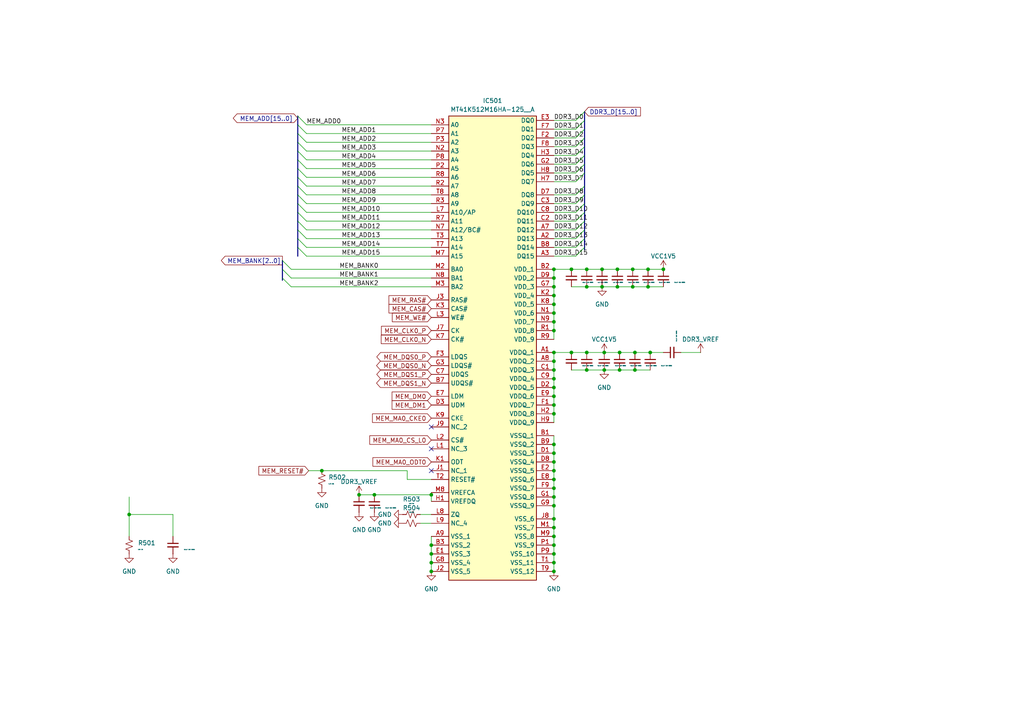
<source format=kicad_sch>
(kicad_sch (version 20231120) (generator "eeschema") (generator_version "8.0")
  (paper "A4")
  (lib_symbols
    (symbol "Device:C_Small" (pin_numbers hide) (pin_names (offset 0.254) hide)
      (property "Reference" "C" (at 0.254 1.778 0))
      (property "Value" "C_Small" (at 0.254 -2.032 0))
      (symbol "C_Small_0_1"
        (polyline (pts (xy -1.524 -0.508) (xy 1.524 -0.508)) (stroke (width 0.3302)))
        (polyline (pts (xy -1.524 0.508) (xy 1.524 0.508)) (stroke (width 0.3048)))
      )
      (symbol "C_Small_1_1"
        (pin passive line (at 0 2.54 270) (length 2.032) (name "~") (number "1"))
        (pin passive line (at 0 -2.54 90) (length 2.032) (name "~") (number "2"))
      )
    )
    (symbol "Device:R_Small_US" (pin_numbers hide) (pin_names (offset 0.254) hide)
      (property "Reference" "R" (at 0.762 0.508 0))
      (property "Value" "R_Small_US" (at 0.762 -1.016 0))
      (symbol "R_Small_US_1_1"
        (polyline (pts (xy 0 0) (xy 1.016 -0.381) (xy 0 -0.762) (xy -1.016 -1.143) (xy 0 -1.524)))
        (polyline (pts (xy 0 1.524) (xy 1.016 1.143) (xy 0 0.762) (xy -1.016 0.381) (xy 0 0)))
        (pin passive line (at 0 2.54 270) (length 1.016) (name "~") (number "1"))
        (pin passive line (at 0 -2.54 90) (length 1.016) (name "~") (number "2"))
      )
    )
    (symbol "MT41K512M16HA-125__A:MT41K512M16HA-125__A"
      (property "Reference" "IC1" (at 17.78 6.985 0))
      (property "Value" "MT41K512M16HA-125__A" (at 17.78 4.445 0))
      (symbol "MT41K512M16HA-125__A_1_1"
        (rectangle (start 5.08 2.54) (end 30.48 -132.08) (stroke (width 0.254)) (fill (type background)))
        (pin passive line (at 35.56 -66.04 180) (length 5.08) (name "VDDQ_1") (number "A1"))
        (pin passive line (at 35.56 -33.02 180) (length 5.08) (name "DQ13") (number "A2"))
        (pin passive line (at 35.56 -38.1 180) (length 5.08) (name "DQ15") (number "A3"))
        (pin passive line (at 35.56 -30.48 180) (length 5.08) (name "DQ12") (number "A7"))
        (pin passive line (at 35.56 -68.58 180) (length 5.08) (name "VDDQ_2") (number "A8"))
        (pin passive line (at 0 -119.38 0) (length 5.08) (name "VSS_1") (number "A9"))
        (pin passive line (at 35.56 -90.17 180) (length 5.08) (name "VSSQ_1") (number "B1"))
        (pin passive line (at 35.56 -41.91 180) (length 5.08) (name "VDD_1") (number "B2"))
        (pin passive line (at 0 -121.92 0) (length 5.08) (name "VSS_2") (number "B3"))
        (pin passive line (at 0 -74.93 0) (length 5.08) (name "UDQS#") (number "B7"))
        (pin passive line (at 35.56 -35.56 180) (length 5.08) (name "DQ14") (number "B8"))
        (pin passive line (at 35.56 -92.71 180) (length 5.08) (name "VSSQ_2") (number "B9"))
        (pin passive line (at 35.56 -71.12 180) (length 5.08) (name "VDDQ_3") (number "C1"))
        (pin passive line (at 35.56 -27.94 180) (length 5.08) (name "DQ11") (number "C2"))
        (pin passive line (at 35.56 -22.86 180) (length 5.08) (name "DQ9") (number "C3"))
        (pin passive line (at 0 -72.39 0) (length 5.08) (name "UDQS") (number "C7"))
        (pin passive line (at 35.56 -25.4 180) (length 5.08) (name "DQ10") (number "C8"))
        (pin passive line (at 35.56 -73.66 180) (length 5.08) (name "VDDQ_4") (number "C9"))
        (pin passive line (at 35.56 -95.25 180) (length 5.08) (name "VSSQ_3") (number "D1"))
        (pin passive line (at 35.56 -76.2 180) (length 5.08) (name "VDDQ_5") (number "D2"))
        (pin passive line (at 0 -81.28 0) (length 5.08) (name "UDM") (number "D3"))
        (pin passive line (at 35.56 -20.32 180) (length 5.08) (name "DQ8") (number "D7"))
        (pin passive line (at 35.56 -97.79 180) (length 5.08) (name "VSSQ_4") (number "D8"))
        (pin passive line (at 35.56 -44.45 180) (length 5.08) (name "VDD_2") (number "D9"))
        (pin passive line (at 0 -124.46 0) (length 5.08) (name "VSS_3") (number "E1"))
        (pin passive line (at 35.56 -100.33 180) (length 5.08) (name "VSSQ_5") (number "E2"))
        (pin passive line (at 35.56 1.27 180) (length 5.08) (name "DQ0") (number "E3"))
        (pin passive line (at 0 -78.74 0) (length 5.08) (name "LDM") (number "E7"))
        (pin passive line (at 35.56 -102.87 180) (length 5.08) (name "VSSQ_6") (number "E8"))
        (pin passive line (at 35.56 -78.74 180) (length 5.08) (name "VDDQ_6") (number "E9"))
        (pin passive line (at 35.56 -81.28 180) (length 5.08) (name "VDDQ_7") (number "F1"))
        (pin passive line (at 35.56 -3.81 180) (length 5.08) (name "DQ2") (number "F2"))
        (pin passive line (at 0 -67.31 0) (length 5.08) (name "LDQS") (number "F3"))
        (pin passive line (at 35.56 -1.27 180) (length 5.08) (name "DQ1") (number "F7"))
        (pin passive line (at 35.56 -6.35 180) (length 5.08) (name "DQ3") (number "F8"))
        (pin passive line (at 35.56 -105.41 180) (length 5.08) (name "VSSQ_7") (number "F9"))
        (pin passive line (at 35.56 -107.95 180) (length 5.08) (name "VSSQ_8") (number "G1"))
        (pin passive line (at 35.56 -11.43 180) (length 5.08) (name "DQ6") (number "G2"))
        (pin passive line (at 0 -69.85 0) (length 5.08) (name "LDQS#") (number "G3"))
        (pin passive line (at 35.56 -46.99 180) (length 5.08) (name "VDD_3") (number "G7"))
        (pin passive line (at 0 -127 0) (length 5.08) (name "VSS_4") (number "G8"))
        (pin passive line (at 35.56 -110.49 180) (length 5.08) (name "VSSQ_9") (number "G9"))
        (pin passive line (at 0 -109.22 0) (length 5.08) (name "VREFDQ") (number "H1"))
        (pin passive line (at 35.56 -83.82 180) (length 5.08) (name "VDDQ_8") (number "H2"))
        (pin passive line (at 35.56 -8.89 180) (length 5.08) (name "DQ4") (number "H3"))
        (pin passive line (at 35.56 -16.51 180) (length 5.08) (name "DQ7") (number "H7"))
        (pin passive line (at 35.56 -13.97 180) (length 5.08) (name "DQ5") (number "H8"))
        (pin passive line (at 35.56 -86.36 180) (length 5.08) (name "VDDQ_9") (number "H9"))
        (pin passive line (at 0 -100.33 0) (length 5.08) (name "NC_1") (number "J1"))
        (pin passive line (at 0 -129.54 0) (length 5.08) (name "VSS_5") (number "J2"))
        (pin passive line (at 0 -50.8 0) (length 5.08) (name "RAS#") (number "J3"))
        (pin passive line (at 0 -59.69 0) (length 5.08) (name "CK") (number "J7"))
        (pin passive line (at 35.56 -114.3 180) (length 5.08) (name "VSS_6") (number "J8"))
        (pin passive line (at 0 -87.63 0) (length 5.08) (name "NC_2") (number "J9"))
        (pin passive line (at 0 -97.79 0) (length 5.08) (name "ODT") (number "K1"))
        (pin passive line (at 35.56 -49.53 180) (length 5.08) (name "VDD_4") (number "K2"))
        (pin passive line (at 0 -53.34 0) (length 5.08) (name "CAS#") (number "K3"))
        (pin passive line (at 0 -62.23 0) (length 5.08) (name "CK#") (number "K7"))
        (pin passive line (at 35.56 -52.07 180) (length 5.08) (name "VDD_5") (number "K8"))
        (pin passive line (at 0 -85.09 0) (length 5.08) (name "CKE") (number "K9"))
        (pin passive line (at 0 -93.98 0) (length 5.08) (name "NC_3") (number "L1"))
        (pin passive line (at 0 -91.44 0) (length 5.08) (name "CS#") (number "L2"))
        (pin passive line (at 0 -55.88 0) (length 5.08) (name "WE#") (number "L3"))
        (pin passive line (at 0 -25.4 0) (length 5.08) (name "A10/AP") (number "L7"))
        (pin passive line (at 0 -113.03 0) (length 5.08) (name "ZQ") (number "L8"))
        (pin passive line (at 0 -115.57 0) (length 5.08) (name "NC_4") (number "L9"))
        (pin passive line (at 35.56 -116.84 180) (length 5.08) (name "VSS_7") (number "M1"))
        (pin passive line (at 0 -41.91 0) (length 5.08) (name "BA0") (number "M2"))
        (pin passive line (at 0 -46.99 0) (length 5.08) (name "BA2") (number "M3"))
        (pin passive line (at 0 -38.1 0) (length 5.08) (name "A15") (number "M7"))
        (pin passive line (at 0 -106.68 0) (length 5.08) (name "VREFCA") (number "M8"))
        (pin passive line (at 35.56 -119.38 180) (length 5.08) (name "VSS_8") (number "M9"))
        (pin passive line (at 35.56 -54.61 180) (length 5.08) (name "VDD_6") (number "N1"))
        (pin passive line (at 0 -7.62 0) (length 5.08) (name "A3") (number "N2"))
        (pin passive line (at 0 0 0) (length 5.08) (name "A0") (number "N3"))
        (pin passive line (at 0 -30.48 0) (length 5.08) (name "A12/BC#") (number "N7"))
        (pin passive line (at 0 -44.45 0) (length 5.08) (name "BA1") (number "N8"))
        (pin passive line (at 35.56 -57.15 180) (length 5.08) (name "VDD_7") (number "N9"))
        (pin passive line (at 35.56 -121.92 180) (length 5.08) (name "VSS_9") (number "P1"))
        (pin passive line (at 0 -12.7 0) (length 5.08) (name "A5") (number "P2"))
        (pin passive line (at 0 -5.08 0) (length 5.08) (name "A2") (number "P3"))
        (pin passive line (at 0 -2.54 0) (length 5.08) (name "A1") (number "P7"))
        (pin passive line (at 0 -10.16 0) (length 5.08) (name "A4") (number "P8"))
        (pin passive line (at 35.56 -124.46 180) (length 5.08) (name "VSS_10") (number "P9"))
        (pin passive line (at 35.56 -59.69 180) (length 5.08) (name "VDD_8") (number "R1"))
        (pin passive line (at 0 -17.78 0) (length 5.08) (name "A7") (number "R2"))
        (pin passive line (at 0 -22.86 0) (length 5.08) (name "A9") (number "R3"))
        (pin passive line (at 0 -27.94 0) (length 5.08) (name "A11") (number "R7"))
        (pin passive line (at 0 -15.24 0) (length 5.08) (name "A6") (number "R8"))
        (pin passive line (at 35.56 -62.23 180) (length 5.08) (name "VDD_9") (number "R9"))
        (pin passive line (at 35.56 -127 180) (length 5.08) (name "VSS_11") (number "T1"))
        (pin passive line (at 0 -102.87 0) (length 5.08) (name "RESET#") (number "T2"))
        (pin passive line (at 0 -33.02 0) (length 5.08) (name "A13") (number "T3"))
        (pin passive line (at 0 -35.56 0) (length 5.08) (name "A14") (number "T7"))
        (pin passive line (at 0 -20.32 0) (length 5.08) (name "A8") (number "T8"))
        (pin passive line (at 35.56 -129.54 180) (length 5.08) (name "VSS_12") (number "T9"))
      )
    )
    (symbol "power:GND" (power) (pin_numbers hide) (pin_names (offset 0) hide)
      (property "Value" "GND" (at 0 -3.81 0))
      (symbol "GND_0_1"
        (polyline (pts (xy 0 0) (xy 0 -1.27) (xy 1.27 -1.27) (xy 0 -2.54) (xy -1.27 -1.27) (xy 0 -1.27)))
      )
      (symbol "GND_1_1"
        (pin power_in line (at 0 0 270) (length 0) (name "~") (number "1"))
      )
    )
    (symbol "power:VCC" (power) (pin_numbers hide) (pin_names (offset 0) hide)
      (property "Value" "VCC" (at 0 3.556 0))
      (symbol "VCC_0_1"
        (polyline (pts (xy -0.762 1.27) (xy 0 2.54)))
        (polyline (pts (xy 0 0) (xy 0 2.54)))
        (polyline (pts (xy 0 2.54) (xy 0.762 1.27)))
      )
      (symbol "VCC_1_1"
        (pin power_in line (at 0 0 90) (length 0) (name "~") (number "1"))
      )
    )
  )
  (junction (at 175.26 107.315))
  (junction (at 160.655 155.575))
  (junction (at 160.655 112.395))
  (junction (at 125.095 143.51))
  (junction (at 160.655 95.885))
  (junction (at 160.655 144.145))
  (junction (at 125.095 160.655))
  (junction (at 160.655 141.605))
  (junction (at 187.96 83.185))
  (junction (at 160.655 158.115))
  (junction (at 170.18 83.185))
  (junction (at 108.585 143.51))
  (junction (at 160.655 80.645))
  (junction (at 183.515 78.105))
  (junction (at 160.655 90.805))
  (junction (at 160.655 114.935))
  (junction (at 170.18 102.235))
  (junction (at 174.625 83.185))
  (junction (at 160.655 85.725))
  (junction (at 125.095 165.735))
  (junction (at 125.095 158.115))
  (junction (at 160.655 78.105))
  (junction (at 160.655 128.905))
  (junction (at 37.465 149.225))
  (junction (at 184.15 102.235))
  (junction (at 175.26 102.235))
  (junction (at 174.625 78.105))
  (junction (at 160.655 163.195))
  (junction (at 179.07 78.105))
  (junction (at 184.15 107.315))
  (junction (at 160.655 88.265))
  (junction (at 160.655 150.495))
  (junction (at 104.14 143.51))
  (junction (at 160.655 104.775))
  (junction (at 160.655 120.015))
  (junction (at 192.405 78.105))
  (junction (at 160.655 107.315))
  (junction (at 160.655 102.235))
  (junction (at 183.515 83.185))
  (junction (at 170.18 107.315))
  (junction (at 160.655 139.065))
  (junction (at 179.705 107.315))
  (junction (at 160.655 117.475))
  (junction (at 160.655 153.035))
  (junction (at 160.655 136.525))
  (junction (at 160.655 109.855))
  (junction (at 187.96 78.105))
  (junction (at 160.655 133.985))
  (junction (at 160.655 93.345))
  (junction (at 125.095 163.195))
  (junction (at 160.655 146.685))
  (junction (at 93.345 136.525))
  (junction (at 188.595 102.235))
  (junction (at 170.18 78.105))
  (junction (at 165.735 78.105))
  (junction (at 179.07 83.185))
  (junction (at 160.655 165.735))
  (junction (at 160.655 83.185))
  (junction (at 160.655 160.655))
  (junction (at 160.655 131.445))
  (junction (at 179.705 102.235))
  (junction (at 165.735 102.235))
  (no_connect (at 125.095 130.175))
  (no_connect (at 125.095 136.525))
  (no_connect (at 125.095 123.825))
  (bus_entry (at 169.545 47.625) (size -2.54 2.54))
  (bus_entry (at 169.545 64.135) (size -2.54 2.54))
  (bus_entry (at 169.545 37.465) (size -2.54 2.54))
  (bus_entry (at 86.36 59.055) (size 2.54 2.54))
  (bus_entry (at 169.545 53.975) (size -2.54 2.54))
  (bus_entry (at 169.545 69.215) (size -2.54 2.54))
  (bus_entry (at 169.545 50.165) (size -2.54 2.54))
  (bus_entry (at 86.36 43.815) (size 2.54 2.54))
  (bus_entry (at 86.36 69.215) (size 2.54 2.54))
  (bus_entry (at 86.36 36.195) (size 2.54 2.54))
  (bus_entry (at 169.545 34.925) (size -2.54 2.54))
  (bus_entry (at 169.545 59.055) (size -2.54 2.54))
  (bus_entry (at 86.36 56.515) (size 2.54 2.54))
  (bus_entry (at 169.545 61.595) (size -2.54 2.54))
  (bus_entry (at 81.915 80.645) (size 2.54 2.54))
  (bus_entry (at 169.545 66.675) (size -2.54 2.54))
  (bus_entry (at 86.36 71.755) (size 2.54 2.54))
  (bus_entry (at 86.36 41.275) (size 2.54 2.54))
  (bus_entry (at 81.915 78.105) (size 2.54 2.54))
  (bus_entry (at 86.36 33.655) (size 2.54 2.54))
  (bus_entry (at 86.36 61.595) (size 2.54 2.54))
  (bus_entry (at 86.36 66.675) (size 2.54 2.54))
  (bus_entry (at 169.545 45.085) (size -2.54 2.54))
  (bus_entry (at 86.36 53.975) (size 2.54 2.54))
  (bus_entry (at 86.36 64.135) (size 2.54 2.54))
  (bus_entry (at 169.545 40.005) (size -2.54 2.54))
  (bus_entry (at 86.36 38.735) (size 2.54 2.54))
  (bus_entry (at 169.545 71.755) (size -2.54 2.54))
  (bus_entry (at 169.545 56.515) (size -2.54 2.54))
  (bus_entry (at 169.545 42.545) (size -2.54 2.54))
  (bus_entry (at 86.36 46.355) (size 2.54 2.54))
  (bus_entry (at 86.36 48.895) (size 2.54 2.54))
  (bus_entry (at 81.915 75.565) (size 2.54 2.54))
  (bus_entry (at 169.545 32.385) (size -2.54 2.54))
  (bus_entry (at 86.36 51.435) (size 2.54 2.54))
  (bus (pts (xy 169.545 66.675) (xy 169.545 69.215)))
  (wire (pts (xy 160.655 144.145) (xy 160.655 146.685)))
  (wire (pts (xy 160.655 150.495) (xy 160.655 153.035)))
  (wire (pts (xy 160.655 90.805) (xy 160.655 93.345)))
  (wire (pts (xy 88.9 48.895) (xy 125.095 48.895)))
  (wire (pts (xy 160.655 114.935) (xy 160.655 117.475)))
  (wire (pts (xy 88.9 36.195) (xy 125.095 36.195)))
  (bus (pts (xy 86.36 48.895) (xy 86.36 51.435)))
  (wire (pts (xy 160.655 42.545) (xy 167.005 42.545)))
  (wire (pts (xy 125.095 143.51) (xy 125.095 145.415)))
  (wire (pts (xy 88.9 66.675) (xy 125.095 66.675)))
  (wire (pts (xy 88.9 59.055) (xy 125.095 59.055)))
  (wire (pts (xy 160.655 160.655) (xy 160.655 163.195)))
  (wire (pts (xy 160.655 64.135) (xy 167.005 64.135)))
  (bus (pts (xy 169.545 56.515) (xy 169.545 59.055)))
  (wire (pts (xy 160.655 88.265) (xy 160.655 90.805)))
  (wire (pts (xy 170.18 102.235) (xy 175.26 102.235)))
  (wire (pts (xy 160.655 78.105) (xy 165.735 78.105)))
  (wire (pts (xy 125.095 163.195) (xy 125.095 165.735)))
  (wire (pts (xy 84.455 78.105) (xy 125.095 78.105)))
  (wire (pts (xy 160.655 61.595) (xy 167.005 61.595)))
  (wire (pts (xy 160.655 163.195) (xy 160.655 165.735)))
  (wire (pts (xy 170.18 78.105) (xy 174.625 78.105)))
  (wire (pts (xy 184.15 107.315) (xy 188.595 107.315)))
  (wire (pts (xy 160.655 102.235) (xy 160.655 104.775)))
  (bus (pts (xy 169.545 40.005) (xy 169.545 42.545)))
  (wire (pts (xy 160.655 50.165) (xy 167.005 50.165)))
  (wire (pts (xy 175.26 102.235) (xy 179.705 102.235)))
  (bus (pts (xy 86.36 69.215) (xy 86.36 71.755)))
  (wire (pts (xy 88.9 64.135) (xy 125.095 64.135)))
  (wire (pts (xy 165.735 107.315) (xy 170.18 107.315)))
  (wire (pts (xy 121.92 151.765) (xy 125.095 151.765)))
  (wire (pts (xy 165.735 83.185) (xy 170.18 83.185)))
  (bus (pts (xy 169.545 32.385) (xy 169.545 34.925)))
  (wire (pts (xy 179.705 107.315) (xy 184.15 107.315)))
  (bus (pts (xy 86.36 56.515) (xy 86.36 59.055)))
  (bus (pts (xy 81.915 80.645) (xy 81.915 81.28)))
  (wire (pts (xy 88.9 51.435) (xy 125.095 51.435)))
  (wire (pts (xy 160.655 133.985) (xy 160.655 136.525)))
  (wire (pts (xy 174.625 78.105) (xy 179.07 78.105)))
  (wire (pts (xy 108.585 143.51) (xy 125.095 143.51)))
  (wire (pts (xy 184.15 102.235) (xy 188.595 102.235)))
  (bus (pts (xy 86.36 46.355) (xy 86.36 48.895)))
  (wire (pts (xy 160.655 95.885) (xy 160.655 98.425)))
  (wire (pts (xy 160.655 153.035) (xy 160.655 155.575)))
  (wire (pts (xy 88.9 69.215) (xy 125.095 69.215)))
  (wire (pts (xy 160.655 59.055) (xy 167.005 59.055)))
  (wire (pts (xy 160.655 74.295) (xy 167.005 74.295)))
  (wire (pts (xy 160.655 80.645) (xy 160.655 83.185)))
  (bus (pts (xy 86.36 43.815) (xy 86.36 46.355)))
  (wire (pts (xy 37.465 149.225) (xy 37.465 155.575)))
  (wire (pts (xy 125.095 142.875) (xy 125.095 143.51)))
  (bus (pts (xy 169.545 59.055) (xy 169.545 61.595)))
  (wire (pts (xy 160.655 128.905) (xy 160.655 131.445)))
  (bus (pts (xy 86.36 71.755) (xy 86.36 74.295)))
  (wire (pts (xy 89.535 136.525) (xy 93.345 136.525)))
  (bus (pts (xy 169.545 71.755) (xy 169.545 72.39)))
  (wire (pts (xy 160.655 85.725) (xy 160.655 88.265)))
  (wire (pts (xy 160.655 45.085) (xy 167.005 45.085)))
  (wire (pts (xy 197.485 102.235) (xy 203.2 102.235)))
  (bus (pts (xy 86.36 36.195) (xy 86.36 38.735)))
  (bus (pts (xy 169.545 42.545) (xy 169.545 45.085)))
  (wire (pts (xy 160.655 52.705) (xy 167.005 52.705)))
  (wire (pts (xy 160.655 93.345) (xy 160.655 95.885)))
  (wire (pts (xy 50.165 149.225) (xy 37.465 149.225)))
  (wire (pts (xy 160.655 158.115) (xy 160.655 160.655)))
  (bus (pts (xy 86.36 53.975) (xy 86.36 56.515)))
  (wire (pts (xy 160.655 69.215) (xy 167.005 69.215)))
  (wire (pts (xy 174.625 83.185) (xy 179.07 83.185)))
  (wire (pts (xy 179.705 102.235) (xy 184.15 102.235)))
  (wire (pts (xy 160.655 47.625) (xy 167.005 47.625)))
  (bus (pts (xy 86.36 64.135) (xy 86.36 66.675)))
  (wire (pts (xy 160.655 107.315) (xy 160.655 109.855)))
  (wire (pts (xy 88.9 38.735) (xy 125.095 38.735)))
  (bus (pts (xy 86.36 41.275) (xy 86.36 43.815)))
  (wire (pts (xy 167.005 34.925) (xy 160.655 34.925)))
  (wire (pts (xy 160.655 66.675) (xy 167.005 66.675)))
  (wire (pts (xy 125.095 160.655) (xy 125.095 163.195)))
  (bus (pts (xy 169.545 64.135) (xy 169.545 66.675)))
  (wire (pts (xy 160.655 71.755) (xy 167.005 71.755)))
  (bus (pts (xy 86.36 51.435) (xy 86.36 53.975)))
  (wire (pts (xy 84.455 83.185) (xy 125.095 83.185)))
  (wire (pts (xy 160.655 131.445) (xy 160.655 133.985)))
  (wire (pts (xy 160.655 120.015) (xy 160.655 122.555)))
  (wire (pts (xy 179.07 78.105) (xy 183.515 78.105)))
  (wire (pts (xy 165.735 78.105) (xy 170.18 78.105)))
  (wire (pts (xy 88.9 53.975) (xy 125.095 53.975)))
  (wire (pts (xy 37.465 144.145) (xy 37.465 149.225)))
  (bus (pts (xy 169.545 34.925) (xy 169.545 37.465)))
  (bus (pts (xy 169.545 61.595) (xy 169.545 64.135)))
  (wire (pts (xy 88.9 56.515) (xy 125.095 56.515)))
  (wire (pts (xy 50.165 155.575) (xy 50.165 149.225)))
  (wire (pts (xy 170.18 107.315) (xy 175.26 107.315)))
  (wire (pts (xy 125.095 155.575) (xy 125.095 158.115)))
  (wire (pts (xy 88.9 71.755) (xy 125.095 71.755)))
  (wire (pts (xy 160.655 141.605) (xy 160.655 144.145)))
  (wire (pts (xy 187.96 83.185) (xy 192.405 83.185)))
  (wire (pts (xy 160.655 78.105) (xy 160.655 80.645)))
  (wire (pts (xy 160.655 155.575) (xy 160.655 158.115)))
  (wire (pts (xy 104.14 143.51) (xy 108.585 143.51)))
  (wire (pts (xy 160.655 126.365) (xy 160.655 128.905)))
  (wire (pts (xy 179.07 83.185) (xy 183.515 83.185)))
  (wire (pts (xy 160.655 139.065) (xy 160.655 141.605)))
  (wire (pts (xy 187.96 78.105) (xy 192.405 78.105)))
  (bus (pts (xy 86.36 66.675) (xy 86.36 69.215)))
  (wire (pts (xy 93.345 136.525) (xy 118.11 136.525)))
  (wire (pts (xy 160.655 56.515) (xy 167.005 56.515)))
  (bus (pts (xy 169.545 50.165) (xy 169.545 53.975)))
  (wire (pts (xy 88.9 61.595) (xy 125.095 61.595)))
  (wire (pts (xy 183.515 78.105) (xy 187.96 78.105)))
  (wire (pts (xy 160.655 40.005) (xy 167.005 40.005)))
  (wire (pts (xy 125.095 158.115) (xy 125.095 160.655)))
  (wire (pts (xy 160.655 104.775) (xy 160.655 107.315)))
  (wire (pts (xy 88.9 74.295) (xy 125.095 74.295)))
  (wire (pts (xy 121.92 149.225) (xy 125.095 149.225)))
  (wire (pts (xy 160.655 102.235) (xy 165.735 102.235)))
  (bus (pts (xy 86.36 59.055) (xy 86.36 61.595)))
  (wire (pts (xy 170.18 83.185) (xy 174.625 83.185)))
  (bus (pts (xy 86.36 61.595) (xy 86.36 64.135)))
  (wire (pts (xy 84.455 80.645) (xy 125.095 80.645)))
  (wire (pts (xy 160.655 117.475) (xy 160.655 120.015)))
  (wire (pts (xy 160.655 109.855) (xy 160.655 112.395)))
  (bus (pts (xy 81.915 78.105) (xy 81.915 80.645)))
  (wire (pts (xy 88.9 46.355) (xy 125.095 46.355)))
  (wire (pts (xy 183.515 83.185) (xy 187.96 83.185)))
  (wire (pts (xy 160.655 83.185) (xy 160.655 85.725)))
  (wire (pts (xy 160.655 136.525) (xy 160.655 139.065)))
  (bus (pts (xy 86.36 33.655) (xy 86.36 36.195)))
  (bus (pts (xy 169.545 53.975) (xy 169.545 56.515)))
  (wire (pts (xy 165.735 102.235) (xy 170.18 102.235)))
  (wire (pts (xy 175.26 107.315) (xy 179.705 107.315)))
  (wire (pts (xy 88.9 41.275) (xy 125.095 41.275)))
  (bus (pts (xy 169.545 47.625) (xy 169.545 50.165)))
  (wire (pts (xy 160.655 112.395) (xy 160.655 114.935)))
  (bus (pts (xy 169.545 45.085) (xy 169.545 47.625)))
  (bus (pts (xy 86.36 38.735) (xy 86.36 41.275)))
  (wire (pts (xy 192.405 102.235) (xy 188.595 102.235)))
  (wire (pts (xy 118.11 139.065) (xy 125.095 139.065)))
  (wire (pts (xy 160.655 146.685) (xy 160.655 150.495)))
  (wire (pts (xy 160.655 37.465) (xy 167.005 37.465)))
  (wire (pts (xy 88.9 43.815) (xy 125.095 43.815)))
  (bus (pts (xy 81.915 75.565) (xy 81.915 78.105)))
  (bus (pts (xy 169.545 69.215) (xy 169.545 71.755)))
  (wire (pts (xy 118.11 136.525) (xy 118.11 139.065)))
  (bus (pts (xy 169.545 37.465) (xy 169.545 40.005)))
  (label "MEM_ADD2" (at 99.06 41.275 0))
  (label "DDR3_D8" (at 160.655 56.515 0))
  (label "MEM_ADD5" (at 99.06 48.895 0))
  (label "MEM_ADD8" (at 99.06 56.515 0))
  (label "MEM_ADD13" (at 99.06 69.215 0))
  (label "MEM_ADD3" (at 99.06 43.815 0))
  (label "MEM_ADD6" (at 99.06 51.435 0))
  (label "DDR3_D5" (at 160.655 47.625 0))
  (label "DDR3_D3" (at 160.655 42.545 0))
  (label "DDR3_D11" (at 160.655 64.135 0))
  (label "DDR3_D0" (at 160.655 34.925 0))
  (label "DDR3_D1" (at 160.655 37.465 0))
  (label "DDR3_D13" (at 160.655 69.215 0))
  (label "DDR3_D10" (at 160.655 61.595 0))
  (label "MEM_BANK1" (at 98.425 80.645 0))
  (label "DDR3_D4" (at 160.655 45.085 0))
  (label "MEM_ADD7" (at 99.06 53.975 0))
  (label "MEM_ADD15" (at 99.06 74.295 0))
  (label "DDR3_D15" (at 160.655 74.295 0))
  (label "MEM_ADD9" (at 99.06 59.055 0))
  (label "DDR3_D7" (at 160.655 52.705 0))
  (label "MEM_ADD14" (at 99.06 71.755 0))
  (label "MEM_ADD10" (at 99.06 61.595 0))
  (label "MEM_ADD11" (at 99.06 64.135 0))
  (label "MEM_ADD4" (at 99.06 46.355 0))
  (label "MEM_BANK2" (at 98.425 83.185 0))
  (label "DDR3_D14" (at 160.655 71.755 0))
  (label "DDR3_D2" (at 160.655 40.005 0))
  (label "DDR3_D12" (at 160.655 66.675 0))
  (label "MEM_BANK0" (at 98.425 78.105 0))
  (label "MEM_ADD12" (at 99.06 66.675 0))
  (label "MEM_ADD1" (at 99.06 38.735 0))
  (label "MEM_ADD0" (at 88.9 36.195 0))
  (label "DDR3_D9" (at 160.655 59.055 0))
  (label "DDR3_D6" (at 160.655 50.165 0))
  (global_label "MEM_DQS1_P" (shape bidirectional) (at 125.095 108.585 180) (property "Intersheetrefs" "${INTERSHEET_REFS}" (effects (hide yes))))
  (global_label "MEM_RESET#" (shape input) (at 89.535 136.525 180) (property "Intersheetrefs" "${INTERSHEET_REFS}" (effects (hide yes))))
  (global_label "MEM_DQS1_N" (shape bidirectional) (at 125.095 111.125 180) (property "Intersheetrefs" "${INTERSHEET_REFS}" (effects (hide yes))))
  (global_label "MEM_CAS#" (shape input) (at 125.095 89.535 180) (property "Intersheetrefs" "${INTERSHEET_REFS}" (effects (hide yes))))
  (global_label "MEM_MA0_CKE0" (shape input) (at 125.095 121.285 180) (property "Intersheetrefs" "${INTERSHEET_REFS}" (effects (hide yes))))
  (global_label "MEM_BANK[2..0]" (shape output) (at 81.915 75.565 180) (property "Intersheetrefs" "${INTERSHEET_REFS}" (effects (hide yes))))
  (global_label "MEM_DQS0_P" (shape bidirectional) (at 125.095 103.505 180) (property "Intersheetrefs" "${INTERSHEET_REFS}" (effects (hide yes))))
  (global_label "MEM_DM0" (shape input) (at 125.095 114.935 180) (property "Intersheetrefs" "${INTERSHEET_REFS}" (effects (hide yes))))
  (global_label "MEM_RAS#" (shape input) (at 125.095 86.995 180) (property "Intersheetrefs" "${INTERSHEET_REFS}" (effects (hide yes))))
  (global_label "MEM_DM1" (shape input) (at 125.095 117.475 180) (property "Intersheetrefs" "${INTERSHEET_REFS}" (effects (hide yes))))
  (global_label "MEM_WE#" (shape input) (at 125.095 92.075 180) (property "Intersheetrefs" "${INTERSHEET_REFS}" (effects (hide yes))))
  (global_label "MEM_CLK0_P" (shape input) (at 125.095 95.885 180) (property "Intersheetrefs" "${INTERSHEET_REFS}" (effects (hide yes))))
  (global_label "MEM_MA0_CS_L0" (shape input) (at 125.095 127.635 180) (property "Intersheetrefs" "${INTERSHEET_REFS}" (effects (hide yes))))
  (global_label "DDR3_D[15..0]" (shape input) (at 169.545 32.385 0) (property "Intersheetrefs" "${INTERSHEET_REFS}" (effects (hide yes))))
  (global_label "MEM_CLK0_N" (shape input) (at 125.095 98.425 180) (property "Intersheetrefs" "${INTERSHEET_REFS}" (effects (hide yes))))
  (global_label "MEM_ADD[15..0]" (shape bidirectional) (at 86.36 34.29 180) (property "Intersheetrefs" "${INTERSHEET_REFS}" (effects (hide yes))))
  (global_label "MEM_MA0_ODT0" (shape input) (at 125.095 133.985 180) (property "Intersheetrefs" "${INTERSHEET_REFS}" (effects (hide yes))))
  (global_label "MEM_DQS0_N" (shape bidirectional) (at 125.095 106.045 180) (property "Intersheetrefs" "${INTERSHEET_REFS}" (effects (hide yes))))
  (symbol (lib_id "Device:R_Small_US") (at 119.38 151.765 270) (unit 1)
    (property "Reference" "R504" (at 119.38 147.32 90))
    (property "Value" "240 5%" (at 119.38 148.59 90) (effects (font (size 0.254 0.254))))
    (property "Footprint" "Resistor_SMD:R_0805_2012Metric" (effects (hide yes)))
    (property "Description" "Resistor, small US symbol" (effects (hide yes)))
  )
  (symbol (lib_id "power:GND") (at 175.26 107.315 0) (unit 1)
    (property "Reference" "#PWR0513" (effects (hide yes)))
    (property "Value" "GND" (at 175.26 112.395 0))
    (property "Description" "Power symbol creates a global label with name \"GND\" , ground" (effects (hide yes)))
  )
  (symbol (lib_id "Device:C_Small") (at 50.165 158.115 0) (unit 1)
    (property "Reference" "C501" (effects (hide yes)))
    (property "Value" "0.1uF 16V 0805" (at 53.34 159.3912 0) (effects (font (size 0.254 0.254)) (justify left)))
    (property "Footprint" "Capacitor_SMD:C_0805_2012Metric" (effects (hide yes)))
    (property "Description" "Unpolarized capacitor, small symbol" (effects (hide yes)))
  )
  (symbol (lib_id "power:GND") (at 104.14 148.59 0) (unit 1)
    (property "Reference" "#PWR0505" (effects (hide yes)))
    (property "Value" "GND" (at 104.14 153.67 0))
    (property "Description" "Power symbol creates a global label with name \"GND\" , ground" (effects (hide yes)))
  )
  (symbol (lib_id "power:GND") (at 50.165 160.655 0) (unit 1)
    (property "Reference" "#PWR0502" (effects (hide yes)))
    (property "Value" "GND" (at 50.165 165.735 0))
    (property "Description" "Power symbol creates a global label with name \"GND\" , ground" (effects (hide yes)))
  )
  (symbol (lib_id "power:GND") (at 37.465 160.655 0) (unit 1)
    (property "Reference" "#PWR0501" (effects (hide yes)))
    (property "Value" "GND" (at 37.465 165.735 0))
    (property "Description" "Power symbol creates a global label with name \"GND\" , ground" (effects (hide yes)))
  )
  (symbol (lib_id "Device:C_Small") (at 170.18 104.775 0) (unit 1)
    (property "Reference" "C507" (effects (hide yes)))
    (property "Value" "0.1uF 16V 0805" (at 173.355 106.0512 0) (effects (font (size 0.254 0.254)) (justify left)))
    (property "Footprint" "Capacitor_SMD:C_0805_2012Metric" (effects (hide yes)))
    (property "Description" "Unpolarized capacitor, small symbol" (effects (hide yes)))
  )
  (symbol (lib_id "Device:C_Small") (at 174.625 80.645 0) (unit 1)
    (property "Reference" "C508" (effects (hide yes)))
    (property "Value" "1uF 6.3V 0805" (at 177.8 81.9212 0) (effects (font (size 0.254 0.254)) (justify left)))
    (property "Footprint" "Capacitor_SMD:C_0805_2012Metric" (effects (hide yes)))
    (property "Description" "Unpolarized capacitor, small symbol" (effects (hide yes)))
  )
  (symbol (lib_id "power:VCC") (at 192.405 78.105 0) (unit 1)
    (property "Reference" "#PWR0514" (effects (hide yes)))
    (property "Value" "VCC1V5" (at 192.405 74.295 0))
    (property "Description" "Power symbol creates a global label with name \"VCC\"" (effects (hide yes)))
  )
  (symbol (lib_id "Device:C_Small") (at 104.14 146.05 0) (unit 1)
    (property "Reference" "C502" (effects (hide yes)))
    (property "Value" "0.1uF 16V 0805" (at 107.315 147.3262 0) (effects (font (size 0.254 0.254)) (justify left)))
    (property "Footprint" "Capacitor_SMD:C_0805_2012Metric" (effects (hide yes)))
    (property "Description" "Unpolarized capacitor, small symbol" (effects (hide yes)))
  )
  (symbol (lib_id "Device:C_Small") (at 165.735 80.645 0) (unit 1)
    (property "Reference" "C504" (effects (hide yes)))
    (property "Value" "10uF 6.3V 0805" (at 168.91 81.9212 0) (effects (font (size 0.254 0.254)) (justify left)))
    (property "Footprint" "Capacitor_SMD:C_0805_2012Metric" (effects (hide yes)))
    (property "Description" "Unpolarized capacitor, small symbol" (effects (hide yes)))
  )
  (symbol (lib_id "Device:C_Small") (at 183.515 80.645 0) (unit 1)
    (property "Reference" "C512" (effects (hide yes)))
    (property "Value" "0.1uF 16V 0805" (at 186.69 81.9212 0) (effects (font (size 0.254 0.254)) (justify left)))
    (property "Footprint" "Capacitor_SMD:C_0805_2012Metric" (effects (hide yes)))
    (property "Description" "Unpolarized capacitor, small symbol" (effects (hide yes)))
  )
  (symbol (lib_id "Device:R_Small_US") (at 37.465 158.115 0) (unit 1)
    (property "Reference" "R501" (at 40.005 157.4799 0) (effects (justify left)))
    (property "Value" "10K 1%" (at 40.005 159.385 0) (effects (font (size 0.254 0.254)) (justify left)))
    (property "Footprint" "Resistor_SMD:R_0805_2012Metric" (effects (hide yes)))
    (property "Description" "Resistor, small US symbol" (effects (hide yes)))
  )
  (symbol (lib_id "Device:C_Small") (at 194.945 102.235 90) (unit 1)
    (property "Reference" "C517" (effects (hide yes)))
    (property "Value" "0.1uF 16V 0805" (at 196.2212 99.06 0) (effects (font (size 0.254 0.254)) (justify left)))
    (property "Footprint" "Capacitor_SMD:C_0805_2012Metric" (effects (hide yes)))
    (property "Description" "Unpolarized capacitor, small symbol" (effects (hide yes)))
  )
  (symbol (lib_id "power:GND") (at 174.625 83.185 0) (unit 1)
    (property "Reference" "#PWR0511" (effects (hide yes)))
    (property "Value" "GND" (at 174.625 88.265 0))
    (property "Description" "Power symbol creates a global label with name \"GND\" , ground" (effects (hide yes)))
  )
  (symbol (lib_id "Device:C_Small") (at 188.595 104.775 0) (unit 1)
    (property "Reference" "C515" (effects (hide yes)))
    (property "Value" "0.1uF 16V 0805" (at 191.77 106.0512 0) (effects (font (size 0.254 0.254)) (justify left)))
    (property "Footprint" "Capacitor_SMD:C_0805_2012Metric" (effects (hide yes)))
    (property "Description" "Unpolarized capacitor, small symbol" (effects (hide yes)))
  )
  (symbol (lib_id "Device:C_Small") (at 179.07 80.645 0) (unit 1)
    (property "Reference" "C510" (effects (hide yes)))
    (property "Value" "0.1uF 16V 0805" (at 182.245 81.9212 0) (effects (font (size 0.254 0.254)) (justify left)))
    (property "Footprint" "Capacitor_SMD:C_0805_2012Metric" (effects (hide yes)))
    (property "Description" "Unpolarized capacitor, small symbol" (effects (hide yes)))
  )
  (symbol (lib_id "power:VCC") (at 104.14 143.51 0) (unit 1)
    (property "Reference" "#PWR0504" (effects (hide yes)))
    (property "Value" "DDR3_VREF" (at 104.14 139.7 0))
    (property "Description" "Power symbol creates a global label with name \"VCC\"" (effects (hide yes)))
  )
  (symbol (lib_id "Device:C_Small") (at 165.735 104.775 0) (unit 1)
    (property "Reference" "C505" (effects (hide yes)))
    (property "Value" "0.1uF 16V 0805" (at 168.91 106.0512 0) (effects (font (size 0.254 0.254)) (justify left)))
    (property "Footprint" "Capacitor_SMD:C_0805_2012Metric" (effects (hide yes)))
    (property "Description" "Unpolarized capacitor, small symbol" (effects (hide yes)))
  )
  (symbol (lib_id "Device:C_Small") (at 187.96 80.645 0) (unit 1)
    (property "Reference" "C514" (effects (hide yes)))
    (property "Value" "0.1uF 16V 0805" (at 191.135 81.9212 0) (effects (font (size 0.254 0.254)) (justify left)))
    (property "Footprint" "Capacitor_SMD:C_0805_2012Metric" (effects (hide yes)))
    (property "Description" "Unpolarized capacitor, small symbol" (effects (hide yes)))
  )
  (symbol (lib_id "power:GND") (at 116.84 151.765 270) (unit 1)
    (property "Reference" "#PWR0508" (effects (hide yes)))
    (property "Value" "GND" (at 113.665 151.7649 90) (effects (justify right)))
    (property "Description" "Power symbol creates a global label with name \"GND\" , ground" (effects (hide yes)))
  )
  (symbol (lib_id "power:GND") (at 93.345 141.605 0) (unit 1)
    (property "Reference" "#PWR0503" (effects (hide yes)))
    (property "Value" "GND" (at 93.345 146.685 0))
    (property "Description" "Power symbol creates a global label with name \"GND\" , ground" (effects (hide yes)))
  )
  (symbol (lib_id "Device:C_Small") (at 179.705 104.775 0) (unit 1)
    (property "Reference" "C511" (effects (hide yes)))
    (property "Value" "0.1uF 16V 0805" (at 182.88 106.0512 0) (effects (font (size 0.254 0.254)) (justify left)))
    (property "Footprint" "Capacitor_SMD:C_0805_2012Metric" (effects (hide yes)))
    (property "Description" "Unpolarized capacitor, small symbol" (effects (hide yes)))
  )
  (symbol (lib_id "power:VCC") (at 175.26 102.235 0) (unit 1)
    (property "Reference" "#PWR0512" (effects (hide yes)))
    (property "Value" "VCC1V5" (at 175.26 98.425 0))
    (property "Description" "Power symbol creates a global label with name \"VCC\"" (effects (hide yes)))
  )
  (symbol (lib_id "Device:R_Small_US") (at 93.345 139.065 180) (unit 1)
    (property "Reference" "R502" (at 95.25 138.4299 0) (effects (justify right)))
    (property "Value" "4.7K 5%" (at 95.25 140.335 0) (effects (font (size 0.254 0.254)) (justify right)))
    (property "Footprint" "Resistor_SMD:R_0805_2012Metric" (effects (hide yes)))
    (property "Description" "Resistor, small US symbol" (effects (hide yes)))
  )
  (symbol (lib_id "power:GND") (at 108.585 148.59 0) (unit 1)
    (property "Reference" "#PWR0506" (effects (hide yes)))
    (property "Value" "GND" (at 108.585 153.67 0))
    (property "Description" "Power symbol creates a global label with name \"GND\" , ground" (effects (hide yes)))
  )
  (symbol (lib_id "Device:C_Small") (at 192.405 80.645 0) (unit 1)
    (property "Reference" "C516" (effects (hide yes)))
    (property "Value" "0.1uF 16V 0805" (at 195.58 81.9212 0) (effects (font (size 0.254 0.254)) (justify left)))
    (property "Footprint" "Capacitor_SMD:C_0805_2012Metric" (effects (hide yes)))
    (property "Description" "Unpolarized capacitor, small symbol" (effects (hide yes)))
  )
  (symbol (lib_id "power:GND") (at 125.095 165.735 0) (unit 1)
    (property "Reference" "#PWR0509" (effects (hide yes)))
    (property "Value" "GND" (at 125.095 170.815 0))
    (property "Description" "Power symbol creates a global label with name \"GND\" , ground" (effects (hide yes)))
  )
  (symbol (lib_id "MT41K512M16HA-125__A:MT41K512M16HA-125__A") (at 125.095 36.195 0) (unit 1)
    (property "Reference" "IC501" (at 142.875 29.21 0))
    (property "Value" "MT41K512M16HA-125__A" (at 142.875 31.75 0))
    (property "Footprint" "MT41K512M16HA:BGA96C80P9X16_900X1400X120" (effects (hide yes)))
    (property "Datasheet" "https://www.alliancememory.com/wp-content/uploads/pdf/micron/Micron_8Gb_DDR3_SDRAM_PartNo.MT41K512M16HA-107_125.pdf" (effects (hide yes)))
    (property "Description" "DRAM 8G 1.35V 512Mx16 800MHz DDR3 0C-90C" (effects (hide yes)))
    (property "Height" "1.2" (effects (hide yes)))
    (property "Mouser Part Number" "913-41K512M16HA125A" (effects (hide yes)))
    (property "Mouser Price/Stock" "https://www.mouser.co.uk/ProductDetail/Alliance-Memory/MT41K512M16HA-125-A?qs=l7cgNqFNU1j3BBLYnUD87Q%3D%3D" (effects (hide yes)))
    (property "Manufacturer_Name" "Alliance Memory" (effects (hide yes)))
    (property "Manufacturer_Part_Number" "MT41K512M16HA-125 :A" (effects (hide yes)))
  )
  (symbol (lib_id "Device:R_Small_US") (at 119.38 149.225 270) (unit 1)
    (property "Reference" "R503" (at 119.38 144.78 90))
    (property "Value" "240 5%" (at 119.38 146.05 90) (effects (font (size 0.254 0.254))))
    (property "Footprint" "Resistor_SMD:R_0805_2012Metric" (effects (hide yes)))
    (property "Description" "Resistor, small US symbol" (effects (hide yes)))
  )
  (symbol (lib_id "Device:C_Small") (at 170.18 80.645 0) (unit 1)
    (property "Reference" "C506" (effects (hide yes)))
    (property "Value" "1uF 6.3V 0805" (at 173.355 81.9212 0) (effects (font (size 0.254 0.254)) (justify left)))
    (property "Footprint" "Capacitor_SMD:C_0805_2012Metric" (effects (hide yes)))
    (property "Description" "Unpolarized capacitor, small symbol" (effects (hide yes)))
  )
  (symbol (lib_id "power:GND") (at 116.84 149.225 270) (unit 1)
    (property "Reference" "#PWR0507" (effects (hide yes)))
    (property "Value" "GND" (at 113.665 149.2249 90) (effects (justify right)))
    (property "Description" "Power symbol creates a global label with name \"GND\" , ground" (effects (hide yes)))
  )
  (symbol (lib_id "power:GND") (at 160.655 165.735 0) (unit 1)
    (property "Reference" "#PWR0510" (effects (hide yes)))
    (property "Value" "GND" (at 160.655 170.815 0))
    (property "Description" "Power symbol creates a global label with name \"GND\" , ground" (effects (hide yes)))
  )
  (symbol (lib_id "Device:C_Small") (at 184.15 104.775 0) (unit 1)
    (property "Reference" "C513" (effects (hide yes)))
    (property "Value" "0.1uF 16V 0805" (at 187.325 106.0512 0) (effects (font (size 0.254 0.254)) (justify left)))
    (property "Footprint" "Capacitor_SMD:C_0805_2012Metric" (effects (hide yes)))
    (property "Description" "Unpolarized capacitor, small symbol" (effects (hide yes)))
  )
  (symbol (lib_id "Device:C_Small") (at 175.26 104.775 0) (unit 1)
    (property "Reference" "C509" (effects (hide yes)))
    (property "Value" "0.1uF 16V 0805" (at 178.435 106.0512 0) (effects (font (size 0.254 0.254)) (justify left)))
    (property "Footprint" "Capacitor_SMD:C_0805_2012Metric" (effects (hide yes)))
    (property "Description" "Unpolarized capacitor, small symbol" (effects (hide yes)))
  )
  (symbol (lib_id "power:VCC") (at 203.2 102.235 0) (unit 1)
    (property "Reference" "#PWR0515" (effects (hide yes)))
    (property "Value" "DDR3_VREF" (at 203.2 98.425 0))
    (property "Description" "Power symbol creates a global label with name \"VCC\"" (effects (hide yes)))
  )
  (symbol (lib_id "Device:C_Small") (at 108.585 146.05 0) (unit 1)
    (property "Reference" "C503" (effects (hide yes)))
    (property "Value" "0.1uF 16V 0805" (at 111.76 147.3262 0) (effects (font (size 0.254 0.254)) (justify left)))
    (property "Footprint" "Capacitor_SMD:C_0805_2012Metric" (effects (hide yes)))
    (property "Description" "Unpolarized capacitor, small symbol" (effects (hide yes)))
  )
)
</source>
